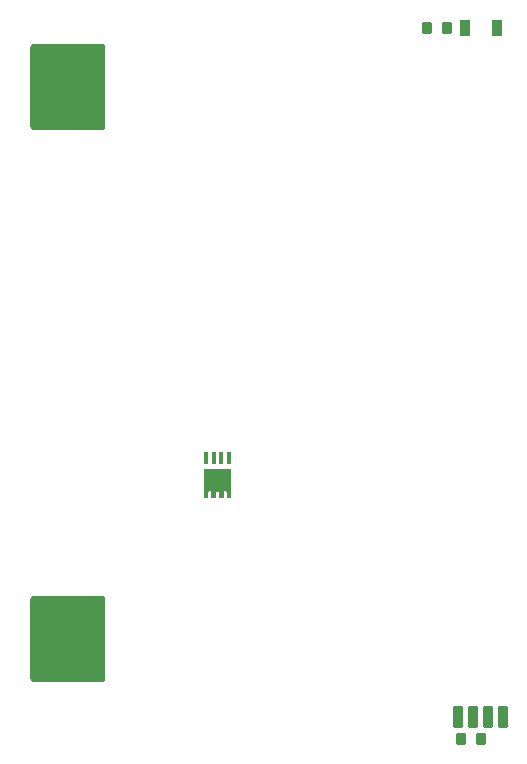
<source format=gbr>
%TF.GenerationSoftware,Altium Limited,Altium Designer,24.10.1 (45)*%
G04 Layer_Color=128*
%FSLAX45Y45*%
%MOMM*%
%TF.SameCoordinates,5FB93C32-CF51-4A86-A7AC-1E4FFFE00694*%
%TF.FilePolarity,Positive*%
%TF.FileFunction,Paste,Bot*%
%TF.Part,Single*%
G01*
G75*
%TA.AperFunction,SMDPad,CuDef*%
G04:AMPARAMS|DCode=11|XSize=1mm|YSize=0.9mm|CornerRadius=0.1125mm|HoleSize=0mm|Usage=FLASHONLY|Rotation=90.000|XOffset=0mm|YOffset=0mm|HoleType=Round|Shape=RoundedRectangle|*
%AMROUNDEDRECTD11*
21,1,1.00000,0.67500,0,0,90.0*
21,1,0.77500,0.90000,0,0,90.0*
1,1,0.22500,0.33750,0.38750*
1,1,0.22500,0.33750,-0.38750*
1,1,0.22500,-0.33750,-0.38750*
1,1,0.22500,-0.33750,0.38750*
%
%ADD11ROUNDEDRECTD11*%
G04:AMPARAMS|DCode=12|XSize=0.8mm|YSize=1.8mm|CornerRadius=0.04mm|HoleSize=0mm|Usage=FLASHONLY|Rotation=180.000|XOffset=0mm|YOffset=0mm|HoleType=Round|Shape=RoundedRectangle|*
%AMROUNDEDRECTD12*
21,1,0.80000,1.72000,0,0,180.0*
21,1,0.72000,1.80000,0,0,180.0*
1,1,0.08000,-0.36000,0.86000*
1,1,0.08000,0.36000,0.86000*
1,1,0.08000,0.36000,-0.86000*
1,1,0.08000,-0.36000,-0.86000*
%
%ADD12ROUNDEDRECTD12*%
%TA.AperFunction,ConnectorPad*%
G04:AMPARAMS|DCode=14|XSize=1mm|YSize=0.9mm|CornerRadius=0.1125mm|HoleSize=0mm|Usage=FLASHONLY|Rotation=90.000|XOffset=0mm|YOffset=0mm|HoleType=Round|Shape=RoundedRectangle|*
%AMROUNDEDRECTD14*
21,1,1.00000,0.67500,0,0,90.0*
21,1,0.77500,0.90000,0,0,90.0*
1,1,0.22500,0.33750,0.38750*
1,1,0.22500,0.33750,-0.38750*
1,1,0.22500,-0.33750,-0.38750*
1,1,0.22500,-0.33750,0.38750*
%
%ADD14ROUNDEDRECTD14*%
%TA.AperFunction,SMDPad,CuDef*%
G04:AMPARAMS|DCode=21|XSize=7.34mm|YSize=6.35mm|CornerRadius=0.3175mm|HoleSize=0mm|Usage=FLASHONLY|Rotation=270.000|XOffset=0mm|YOffset=0mm|HoleType=Round|Shape=RoundedRectangle|*
%AMROUNDEDRECTD21*
21,1,7.34000,5.71500,0,0,270.0*
21,1,6.70500,6.35000,0,0,270.0*
1,1,0.63500,-2.85750,-3.35250*
1,1,0.63500,-2.85750,3.35250*
1,1,0.63500,2.85750,3.35250*
1,1,0.63500,2.85750,-3.35250*
%
%ADD21ROUNDEDRECTD21*%
G04:AMPARAMS|DCode=22|XSize=0.4mm|YSize=1mm|CornerRadius=0.05mm|HoleSize=0mm|Usage=FLASHONLY|Rotation=0.000|XOffset=0mm|YOffset=0mm|HoleType=Round|Shape=RoundedRectangle|*
%AMROUNDEDRECTD22*
21,1,0.40000,0.90000,0,0,0.0*
21,1,0.30000,1.00000,0,0,0.0*
1,1,0.10000,0.15000,-0.45000*
1,1,0.10000,-0.15000,-0.45000*
1,1,0.10000,-0.15000,0.45000*
1,1,0.10000,0.15000,0.45000*
%
%ADD22ROUNDEDRECTD22*%
G04:AMPARAMS|DCode=24|XSize=0.9mm|YSize=1.4mm|CornerRadius=0.045mm|HoleSize=0mm|Usage=FLASHONLY|Rotation=180.000|XOffset=0mm|YOffset=0mm|HoleType=Round|Shape=RoundedRectangle|*
%AMROUNDEDRECTD24*
21,1,0.90000,1.31000,0,0,180.0*
21,1,0.81000,1.40000,0,0,180.0*
1,1,0.09000,-0.40500,0.65500*
1,1,0.09000,0.40500,0.65500*
1,1,0.09000,0.40500,-0.65500*
1,1,0.09000,-0.40500,-0.65500*
%
%ADD24ROUNDEDRECTD24*%
G36*
X2485331Y2399238D02*
X2486738Y2397832D01*
X2487499Y2395994D01*
X2487499Y2395000D01*
X2487499D01*
X2487499Y2164999D01*
X2487501Y2164004D01*
X2486741Y2162165D01*
X2485334Y2160758D01*
X2483494Y2159998D01*
X2482499Y2160001D01*
X2482500Y2159999D01*
X2452500Y2159999D01*
X2451505Y2159998D01*
X2449666Y2160759D01*
X2448259Y2162166D01*
X2447499Y2164005D01*
X2447500Y2165000D01*
Y2164999D01*
Y2165000D01*
D01*
X2447499Y2207499D01*
X2447399Y2208524D01*
X2446616Y2210418D01*
X2445167Y2211867D01*
X2443273Y2212650D01*
X2442249Y2212749D01*
X2442250Y2212749D01*
X2427750Y2212749D01*
X2426725Y2212649D01*
X2424833Y2211866D01*
X2423384Y2210417D01*
X2422600Y2208524D01*
X2422500Y2207500D01*
Y2207499D01*
X2422499Y2164999D01*
X2422500Y2164005D01*
X2421739Y2162166D01*
X2420332Y2160759D01*
X2418494Y2159999D01*
X2417499Y2160001D01*
X2417500Y2159999D01*
X2387500Y2159999D01*
X2386505Y2159998D01*
X2384665Y2160758D01*
X2383258Y2162166D01*
X2382498Y2164005D01*
X2382500Y2165000D01*
Y2164999D01*
Y2165000D01*
D01*
X2382499Y2207499D01*
X2382400Y2208524D01*
X2381617Y2210418D01*
X2380168Y2211868D01*
X2378273Y2212650D01*
X2377248Y2212749D01*
X2377249Y2212750D01*
X2362750Y2212749D01*
X2361725Y2212649D01*
X2359832Y2211866D01*
X2358383Y2210417D01*
X2357600Y2208525D01*
X2357499Y2207500D01*
Y2207499D01*
X2357499Y2165000D01*
X2357500Y2164005D01*
X2356740Y2162166D01*
X2355333Y2160759D01*
X2353493Y2159999D01*
X2352498Y2160001D01*
X2352499Y2159999D01*
X2322500Y2159999D01*
X2321504Y2159997D01*
X2319664Y2160756D01*
X2318256Y2162164D01*
X2317497Y2164005D01*
X2317500Y2165000D01*
X2317500Y2164999D01*
X2317499Y2207499D01*
X2317400Y2208524D01*
X2316617Y2210419D01*
X2315168Y2211868D01*
X2313273Y2212650D01*
X2312248Y2212749D01*
X2312249Y2212749D01*
X2297750D01*
X2296726Y2212648D01*
X2294833Y2211865D01*
X2293385Y2210416D01*
X2292601Y2208523D01*
X2292500Y2207499D01*
X2292499Y2165000D01*
X2292501Y2164005D01*
X2291741Y2162165D01*
X2290333Y2160758D01*
X2288493Y2159998D01*
X2287498Y2160001D01*
X2287499Y2159999D01*
X2257500Y2159999D01*
X2256504Y2159997D01*
X2254663Y2160759D01*
X2253255Y2162168D01*
X2252497Y2164010D01*
X2252500Y2165006D01*
Y2165006D01*
Y2165006D01*
D01*
X2252500Y2395000D01*
X2252499Y2395994D01*
X2253260Y2397831D01*
X2254667Y2399238D01*
X2256505Y2399999D01*
X2257499Y2399999D01*
X2257500Y2399999D01*
X2482499D01*
X2483494Y2400000D01*
X2485331Y2399238D01*
D02*
G37*
D11*
X4315000Y6140000D02*
D03*
X4145000D02*
D03*
D12*
X4663500Y300000D02*
D03*
X4536500D02*
D03*
X4790500D02*
D03*
X4409500D02*
D03*
D14*
X4605000Y120000D02*
D03*
X4435000D02*
D03*
D21*
X1100000Y5638000D02*
D03*
Y962000D02*
D03*
D22*
X2402500Y2499999D02*
D03*
X2337500D02*
D03*
X2467500D02*
D03*
X2272500D02*
D03*
D24*
X4735000Y6140000D02*
D03*
X4465000D02*
D03*
%TF.MD5,dbd68e271236c19d95607b28b4c0a0a5*%
M02*

</source>
